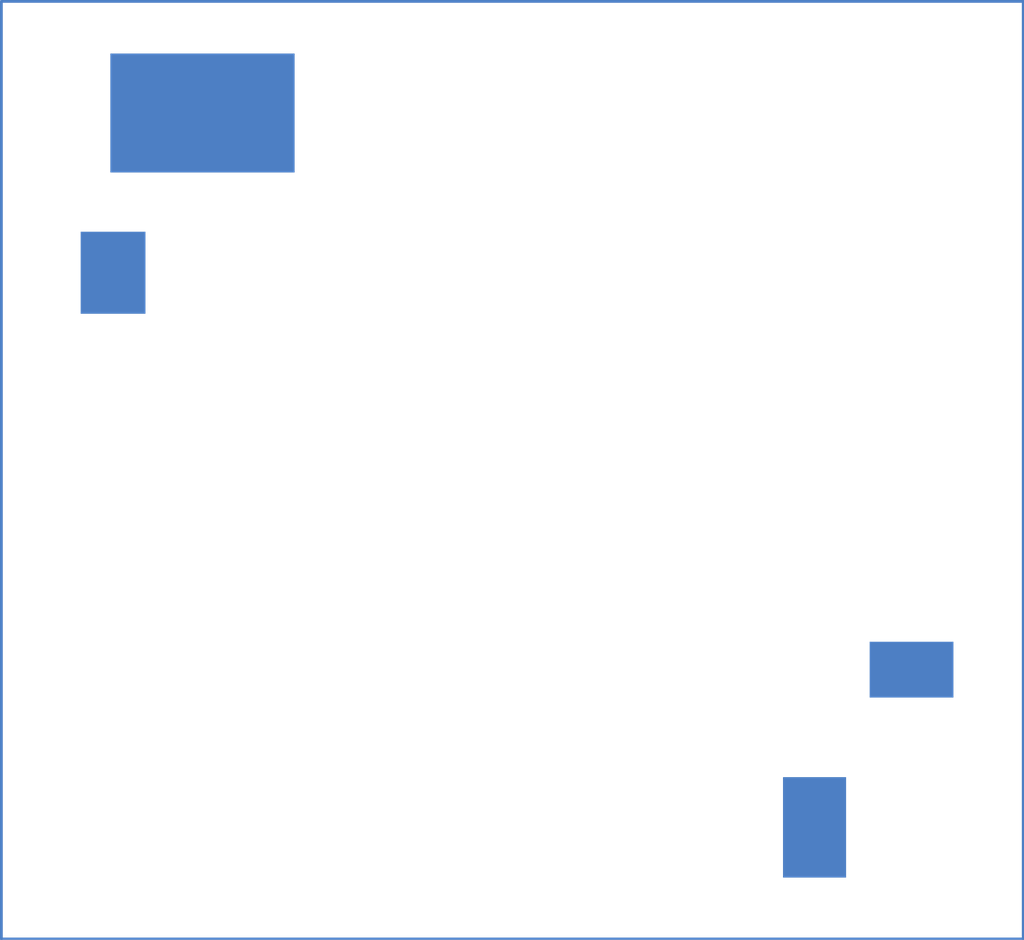
<source format=kicad_pcb>
(kicad_pcb (version 20171130) (host pcbnew "(5.1.2)-2")

  (general
    (thickness 1.6)
  )

  (page A4)
  (layers
    (0 Top signal)
    (31 Bottom signal)
    (32 B.Adhes user)
    (33 F.Adhes user)
    (34 B.Paste user)
    (35 F.Paste user)
    (36 B.SilkS user)
    (37 F.SilkS user)
    (38 B.Mask user)
    (39 F.Mask user)
    (40 Dwgs.User user)
    (41 Cmts.User user)
    (42 Eco1.User user)
    (43 Eco2.User user)
    (44 Edge.Cuts user)
    (45 Margin user)
    (46 B.CrtYd user)
    (47 F.CrtYd user)
    (48 B.Fab user)
    (49 F.Fab user)
  )

  (setup
    (pad_to_mask_clearance 0.1016)
    (aux_axis_origin -120.62617 153.22756)
    (grid_origin -120.62617 153.22756)
    (pcbplotparams
      (layerselection 0x00010fc_ffffffff)
      (plot_on_all_layers_selection 0x0000000_00000000)
      (disableapertmacros false)
      (usegerberextensions false)
      (usegerberattributes true)
      (usegerberadvancedattributes true)
      (creategerberjobfile true)
      (dashed_line_dash_ratio 12)
      (dashed_line_gap_ratio 3)
      (svgprecision 4)
      (plotframeref false)
      (viasonmask false)
      (mode 1)
      (useauxorigin false)
      (hpglpennumber 1)
      (hpglpenspeed 20)
      (hpglpendiameter 15)
      (dxfpolygonmode true)
      (dxfimperialunits true)
      (dxfusepcbnewfont true)
      (psnegative false)
      (psa4output false)
      (plotreference true)
      (plotvalue true)
      (plotinvisibletext false)
      (sketchpadsonfab false)
      (subtractmaskfromsilk false)
      (outputformat 1)
      (mirror false)
      (drillshape 1)
      (scaleselection 1)
      (outputdirectory "")
    )
  )

  (net 0 "")

  (net 1 Y+)
  (net 2 Y-)
  (net 3 NetR3_2)
  (net 4 W-)
  (net 5 W+)
  (net 6 VIN)
  (net 7 VCC_5V)
  (net 8 TK6)
  (net 9 TK5)
  (net 10 TK4)
  (net 11 TK3)
  (net 12 TK2)
  (net 13 TK1)
  (net 14 SK4)
  (net 15 SK3)
  (net 16 SK2)
  (net 17 SK1)
  (net 18 S_LED7)
  (net 19 S_LED6)
  (net 20 S_LED5)
  (net 21 S_LED4)
  (net 22 S_LED3)
  (net 23 S_LED2)
  (net 24 S_LED1)
  (net 25 PWM2)
  (net 26 PWM1)
  (net 27 NetR19_2)
  (net 28 NetR16_2)
  (net 29 NetR15_2)
  (net 30 NetR14_1)
  (net 31 NetR12_1)
  (net 32 NetD2_1)
  (net 33 NetD1_1)
  (net 34 NetC5_2)
  (net 35 K_LED4)
  (net 36 K_LED3)
  (net 37 K_LED2)
  (net 38 K_LED1)
  (net 39 GND)
  (net 40 ALS_IN)

  (net_class Default "This is the default net class."
    (add_net ALS_IN)
    (add_net K_LED1)
    (add_net K_LED2)
    (add_net K_LED3)
    (add_net K_LED4)
    (add_net NetC5_2)
    (add_net NetD1_1)
    (add_net NetD2_1)
    (add_net NetR12_1)
    (add_net NetR14_1)
    (add_net NetR15_2)
    (add_net NetR16_2)
    (add_net NetR19_2)
    (add_net NetR3_2)
    (add_net PWM1)
    (add_net PWM2)
    (add_net SK1)
    (add_net SK2)
    (add_net SK3)
    (add_net SK4)
    (add_net S_LED1)
    (add_net S_LED2)
    (add_net S_LED3)
    (add_net S_LED4)
    (add_net S_LED5)
    (add_net S_LED6)
    (add_net S_LED7)
    (add_net TK1)
    (add_net TK2)
    (add_net TK3)
    (add_net TK4)
    (add_net TK5)
    (add_net TK6)
    (add_net VIN)
    (add_net W+)
    (add_net W-)
    (add_net Y+)
    (add_net Y-)
    (trace_width 0.254)
  )
  (net_class Power "This is the default net class."
    (add_net GND)
    (add_net VCC_5V)
    (trace_width 0.8)
  )

 
  
  (module "MIJI_ADPcbLib.PcbLib:R1206-JP_4" (layer Bottom) (tedit 0) (tstamp 0)
    (at 129.301099 96.077560 270)
    (fp_text reference 3 (at 0 0) (layer B.SilkS) hide
      (effects (font (size 0.8 0.8) (thickness 0.127)) (justify left bottom))
    )
    
    (pad 1 smd rect (at 0 0 0) (size 1.5 1) (layers Bottom B.Paste B.Mask)
(net 3 NetR3_2))
     )

  (module "MIJI_ADPcbLib.PcbLib:SMD-EC6.3X6.3X10_5" (layer Bottom) (tedit 0) (tstamp 0)
    (at 116.602346 86.103598 270)
    (fp_text reference 4 (at 0 0) (layer B.SilkS) hide
      (effects (font (size 0.8 0.8) (thickness 0.127)) (justify left bottom))
    )
       (pad 1 smd rect (at 0 0 0) (size 3.3 2.132) (layers Bottom B.Paste B.Mask)
(net 3 NetR3_2))
      )

  
  (module "Miscellaneous Devices LC.PcbLib:0805_C_7" (layer Bottom) (tedit 0) (tstamp 0)
    (at 115.001099 88.965560 270)
    (fp_text reference 6 (at 0 0) (layer B.SilkS) hide
      (effects (font (size 0.8 0.8) (thickness 0.127)) (justify left bottom))
    )
      (pad 1 smd rect (at 0 0 0) (size 1.16 1.47) (layers Bottom B.Paste B.Mask)
(net 6 VIN))

  )

  (module "Miscellaneous Devices LC.PcbLib:1206_C_8" (layer Bottom) (tedit 0) (tstamp 0)
    (at 127.563868 98.903598 270)
    (fp_text reference 7 (at 0 0) (layer B.SilkS) hide
      (effects (font (size 0.8 0.8) (thickness 0.127)) (justify left bottom))
    )
       (pad 1 smd rect (at 0 0 0) (size 1.13 1.8) (layers Bottom B.Paste B.Mask)
(net 6 VIN))
     )

 
  (gr_line (start 113.001099 84.103598) (end 131.301099 84.103598) (layer Bottom) (width 0.05) (tstamp 42A38F4))
  (gr_line (start 131.301099 84.103598) (end 131.301099 100.903598) (layer Bottom) (width 0.05) (tstamp 42A38F4))
  (gr_line (start 131.301099 100.903598) (end 113.001099 100.903598) (layer Bottom) (width 0.05) (tstamp 42A38F4))
  (gr_line (start 113.001099 100.903598) (end 113.001099 84.103598) (layer Bottom) (width 0.05) (tstamp 42A38F4))
)

</source>
